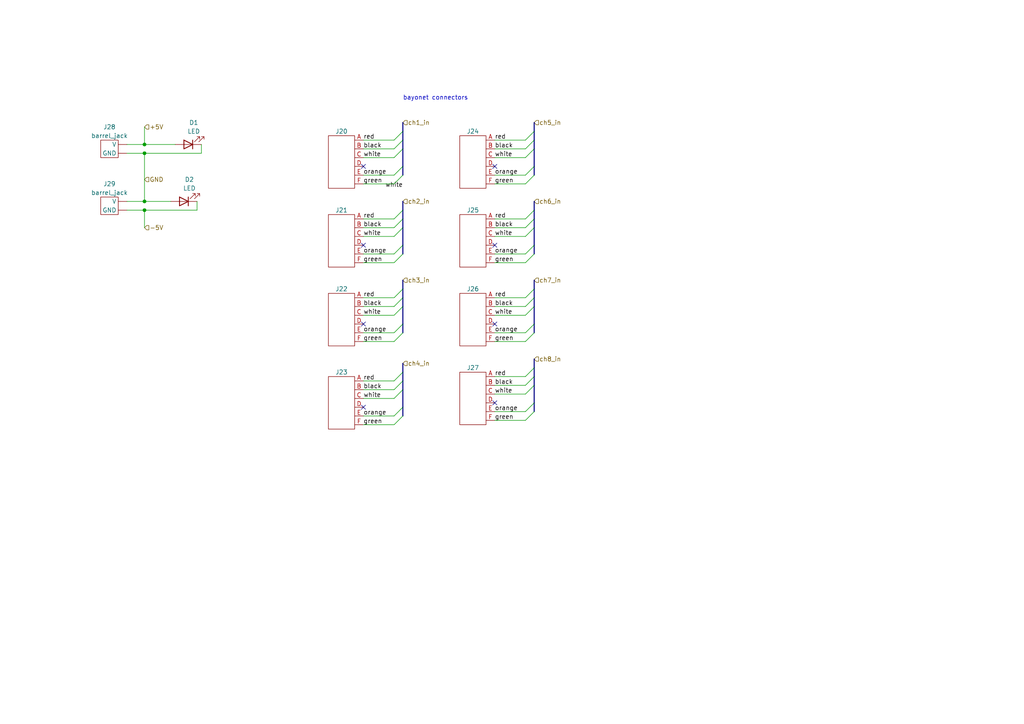
<source format=kicad_sch>
(kicad_sch (version 20231120) (generator "eeschema") (generator_version "8.0")
  (paper "A4")
  (title_block (title "Piezo amp box") (date "2024-01-10") (company "SBC") (comment 1 "Zhiheng Sheng"))
  (lib_symbols
    (symbol "Device:LED" (pin_numbers hide) (pin_names (offset 1.016) hide)
      (property "Reference" "D" (at 0 2.54 0))
      (property "Value" "LED" (at 0 -2.54 0))
      (symbol "LED_0_1"
        (polyline (pts (xy -1.27 -1.27) (xy -1.27 1.27)) (stroke (width 0.254)))
        (polyline (pts (xy -1.27 0) (xy 1.27 0)))
        (polyline (pts (xy 1.27 -1.27) (xy 1.27 1.27) (xy -1.27 0) (xy 1.27 -1.27)) (stroke (width 0.254)))
        (polyline (pts (xy -3.048 -0.762) (xy -4.572 -2.286) (xy -3.81 -2.286) (xy -4.572 -2.286) (xy -4.572 -1.524)))
        (polyline (pts (xy -1.778 -0.762) (xy -3.302 -2.286) (xy -2.54 -2.286) (xy -3.302 -2.286) (xy -3.302 -1.524)))
      )
      (symbol "LED_1_1"
        (pin passive line (at -3.81 0 0) (length 2.54) (name "K") (number "1"))
        (pin passive line (at 3.81 0 180) (length 2.54) (name "A") (number "2"))
      )
    )
    (symbol "led_driver:barrel_jack"
      (property "Reference" "J" (at 0 3.81 0))
      (property "Value" "barrel_jack" (at 0 -3.81 0))
      (symbol "barrel_jack_0_1"
        (rectangle (start -2.54 -2.54) (end 2.54 2.54))
      )
      (symbol "barrel_jack_1_1"
        (pin input line (at 5.08 -1.27 180) (length 2.54) (name "GND") (number ""))
        (pin input line (at 5.08 1.27 180) (length 2.54) (name "V") (number ""))
      )
    )
    (symbol "led_driver:bayonet_6pin_piezo"
      (property "Reference" "J" (at 0 8.89 0))
      (property "Value" "bayonet_6pin_piezo" (at 0 -8.89 0))
      (symbol "bayonet_6pin_piezo_0_1"
        (rectangle (start -3.81 7.62) (end 3.81 -7.62))
      )
      (symbol "bayonet_6pin_piezo_1_1"
        (pin passive line (at 6.35 6.35 180) (length 2.54) (name "") (number "A"))
        (pin passive line (at 6.35 3.81 180) (length 2.54) (name "") (number "B"))
        (pin passive line (at 6.35 1.27 180) (length 2.54) (name "") (number "C"))
        (pin passive line (at 6.35 -1.27 180) (length 2.54) (name "") (number "D"))
        (pin passive line (at 6.35 -3.81 180) (length 2.54) (name "") (number "E"))
        (pin passive line (at 6.35 -6.35 180) (length 2.54) (name "") (number "F"))
      )
    )
  )
  (junction (at 41.91 58.42))
  (junction (at 41.91 60.96))
  (junction (at 41.91 41.91))
  (junction (at 41.91 44.45))
  (no_connect (at 143.51 93.98))
  (no_connect (at 105.41 93.98))
  (no_connect (at 105.41 71.12))
  (no_connect (at 143.51 116.84))
  (no_connect (at 143.51 48.26))
  (no_connect (at 105.41 48.26))
  (no_connect (at 105.41 118.11))
  (no_connect (at 143.51 71.12))
  (bus_entry (at 152.4 76.2) (size 2.54 -2.54))
  (bus_entry (at 152.4 114.3) (size 2.54 -2.54))
  (bus_entry (at 152.4 91.44) (size 2.54 -2.54))
  (bus_entry (at 114.3 66.04) (size 2.54 -2.54))
  (bus_entry (at 114.3 45.72) (size 2.54 -2.54))
  (bus_entry (at 152.4 119.38) (size 2.54 -2.54))
  (bus_entry (at 114.3 63.5) (size 2.54 -2.54))
  (bus_entry (at 114.3 50.8) (size 2.54 -2.54))
  (bus_entry (at 114.3 68.58) (size 2.54 -2.54))
  (bus_entry (at 114.3 96.52) (size 2.54 -2.54))
  (bus_entry (at 114.3 73.66) (size 2.54 -2.54))
  (bus_entry (at 152.4 88.9) (size 2.54 -2.54))
  (bus_entry (at 114.3 43.18) (size 2.54 -2.54))
  (bus_entry (at 114.3 86.36) (size 2.54 -2.54))
  (bus_entry (at 152.4 111.76) (size 2.54 -2.54))
  (bus_entry (at 152.4 86.36) (size 2.54 -2.54))
  (bus_entry (at 114.3 113.03) (size 2.54 -2.54))
  (bus_entry (at 114.3 123.19) (size 2.54 -2.54))
  (bus_entry (at 114.3 40.64) (size 2.54 -2.54))
  (bus_entry (at 152.4 109.22) (size 2.54 -2.54))
  (bus_entry (at 114.3 110.49) (size 2.54 -2.54))
  (bus_entry (at 152.4 53.34) (size 2.54 -2.54))
  (bus_entry (at 152.4 45.72) (size 2.54 -2.54))
  (bus_entry (at 152.4 40.64) (size 2.54 -2.54))
  (bus_entry (at 152.4 43.18) (size 2.54 -2.54))
  (bus_entry (at 152.4 96.52) (size 2.54 -2.54))
  (bus_entry (at 152.4 99.06) (size 2.54 -2.54))
  (bus_entry (at 152.4 121.92) (size 2.54 -2.54))
  (bus_entry (at 152.4 68.58) (size 2.54 -2.54))
  (bus_entry (at 114.3 76.2) (size 2.54 -2.54))
  (bus_entry (at 114.3 88.9) (size 2.54 -2.54))
  (bus_entry (at 114.3 115.57) (size 2.54 -2.54))
  (bus_entry (at 114.3 120.65) (size 2.54 -2.54))
  (bus_entry (at 114.3 91.44) (size 2.54 -2.54))
  (bus_entry (at 152.4 50.8) (size 2.54 -2.54))
  (bus_entry (at 152.4 66.04) (size 2.54 -2.54))
  (bus_entry (at 114.3 53.34) (size 2.54 -2.54))
  (bus_entry (at 152.4 63.5) (size 2.54 -2.54))
  (bus_entry (at 114.3 99.06) (size 2.54 -2.54))
  (bus_entry (at 152.4 73.66) (size 2.54 -2.54))
  (bus (pts (xy 154.94 116.84) (xy 154.94 119.38)))
  (bus (pts (xy 154.94 38.1) (xy 154.94 40.64)))
  (wire (pts (xy 143.51 91.44) (xy 152.4 91.44)))
  (bus (pts (xy 116.84 88.9) (xy 116.84 93.98)))
  (bus (pts (xy 154.94 81.28) (xy 154.94 83.82)))
  (wire (pts (xy 105.41 96.52) (xy 114.3 96.52)))
  (wire (pts (xy 41.91 41.91) (xy 50.8 41.91)))
  (bus (pts (xy 116.84 38.1) (xy 116.84 40.64)))
  (wire (pts (xy 105.41 91.44) (xy 114.3 91.44)))
  (wire (pts (xy 143.51 40.64) (xy 152.4 40.64)))
  (bus (pts (xy 116.84 66.04) (xy 116.84 71.12)))
  (wire (pts (xy 105.41 73.66) (xy 114.3 73.66)))
  (bus (pts (xy 116.84 107.95) (xy 116.84 110.49)))
  (wire (pts (xy 143.51 50.8) (xy 152.4 50.8)))
  (bus (pts (xy 116.84 113.03) (xy 116.84 118.11)))
  (wire (pts (xy 36.83 44.45) (xy 41.91 44.45)))
  (wire (pts (xy 105.41 50.8) (xy 114.3 50.8)))
  (wire (pts (xy 105.41 43.18) (xy 114.3 43.18)))
  (bus (pts (xy 116.84 81.28) (xy 116.84 83.82)))
  (bus (pts (xy 116.84 71.12) (xy 116.84 73.66)))
  (bus (pts (xy 116.84 43.18) (xy 116.84 48.26)))
  (bus (pts (xy 116.84 118.11) (xy 116.84 120.65)))
  (wire (pts (xy 41.91 58.42) (xy 49.53 58.42)))
  (bus (pts (xy 154.94 104.14) (xy 154.94 106.68)))
  (wire (pts (xy 105.41 63.5) (xy 114.3 63.5)))
  (wire (pts (xy 143.51 121.92) (xy 152.4 121.92)))
  (bus (pts (xy 154.94 109.22) (xy 154.94 111.76)))
  (wire (pts (xy 105.41 86.36) (xy 114.3 86.36)))
  (bus (pts (xy 154.94 48.26) (xy 154.94 50.8)))
  (wire (pts (xy 143.51 76.2) (xy 152.4 76.2)))
  (wire (pts (xy 143.51 73.66) (xy 152.4 73.66)))
  (bus (pts (xy 116.84 48.26) (xy 116.84 50.8)))
  (bus (pts (xy 116.84 83.82) (xy 116.84 86.36)))
  (wire (pts (xy 143.51 96.52) (xy 152.4 96.52)))
  (wire (pts (xy 105.41 120.65) (xy 114.3 120.65)))
  (wire (pts (xy 105.41 123.19) (xy 114.3 123.19)))
  (wire (pts (xy 105.41 113.03) (xy 114.3 113.03)))
  (wire (pts (xy 41.91 36.83) (xy 41.91 41.91)))
  (wire (pts (xy 143.51 109.22) (xy 152.4 109.22)))
  (wire (pts (xy 143.51 45.72) (xy 152.4 45.72)))
  (wire (pts (xy 57.15 60.96) (xy 57.15 58.42)))
  (bus (pts (xy 154.94 106.68) (xy 154.94 109.22)))
  (bus (pts (xy 154.94 88.9) (xy 154.94 93.98)))
  (wire (pts (xy 143.51 68.58) (xy 152.4 68.58)))
  (wire (pts (xy 105.41 66.04) (xy 114.3 66.04)))
  (wire (pts (xy 105.41 40.64) (xy 114.3 40.64)))
  (bus (pts (xy 154.94 111.76) (xy 154.94 116.84)))
  (wire (pts (xy 143.51 86.36) (xy 152.4 86.36)))
  (bus (pts (xy 116.84 58.42) (xy 116.84 60.96)))
  (bus (pts (xy 116.84 93.98) (xy 116.84 96.52)))
  (bus (pts (xy 116.84 60.96) (xy 116.84 63.5)))
  (bus (pts (xy 154.94 60.96) (xy 154.94 63.5)))
  (wire (pts (xy 143.51 66.04) (xy 152.4 66.04)))
  (wire (pts (xy 105.41 99.06) (xy 114.3 99.06)))
  (wire (pts (xy 105.41 68.58) (xy 114.3 68.58)))
  (bus (pts (xy 154.94 93.98) (xy 154.94 96.52)))
  (bus (pts (xy 116.84 110.49) (xy 116.84 113.03)))
  (bus (pts (xy 154.94 40.64) (xy 154.94 43.18)))
  (wire (pts (xy 143.51 63.5) (xy 152.4 63.5)))
  (bus (pts (xy 154.94 83.82) (xy 154.94 86.36)))
  (wire (pts (xy 143.51 99.06) (xy 152.4 99.06)))
  (wire (pts (xy 143.51 53.34) (xy 152.4 53.34)))
  (bus (pts (xy 154.94 86.36) (xy 154.94 88.9)))
  (bus (pts (xy 116.84 86.36) (xy 116.84 88.9)))
  (bus (pts (xy 154.94 58.42) (xy 154.94 60.96)))
  (bus (pts (xy 116.84 63.5) (xy 116.84 66.04)))
  (bus (pts (xy 116.84 35.56) (xy 116.84 38.1)))
  (wire (pts (xy 143.51 88.9) (xy 152.4 88.9)))
  (wire (pts (xy 143.51 43.18) (xy 152.4 43.18)))
  (bus (pts (xy 154.94 63.5) (xy 154.94 66.04)))
  (wire (pts (xy 105.41 88.9) (xy 114.3 88.9)))
  (wire (pts (xy 105.41 76.2) (xy 114.3 76.2)))
  (wire (pts (xy 143.51 119.38) (xy 152.4 119.38)))
  (bus (pts (xy 116.84 40.64) (xy 116.84 43.18)))
  (wire (pts (xy 105.41 45.72) (xy 114.3 45.72)))
  (wire (pts (xy 105.41 110.49) (xy 114.3 110.49)))
  (wire (pts (xy 143.51 111.76) (xy 152.4 111.76)))
  (wire (pts (xy 36.83 41.91) (xy 41.91 41.91)))
  (wire (pts (xy 58.42 41.91) (xy 58.42 44.45)))
  (wire (pts (xy 36.83 58.42) (xy 41.91 58.42)))
  (bus (pts (xy 154.94 43.18) (xy 154.94 48.26)))
  (wire (pts (xy 105.41 115.57) (xy 114.3 115.57)))
  (bus (pts (xy 154.94 71.12) (xy 154.94 73.66)))
  (wire (pts (xy 41.91 44.45) (xy 58.42 44.45)))
  (wire (pts (xy 36.83 60.96) (xy 41.91 60.96)))
  (wire (pts (xy 105.41 53.34) (xy 114.3 53.34)))
  (wire (pts (xy 143.51 114.3) (xy 152.4 114.3)))
  (wire (pts (xy 41.91 60.96) (xy 57.15 60.96)))
  (bus (pts (xy 116.84 105.41) (xy 116.84 107.95)))
  (bus (pts (xy 154.94 66.04) (xy 154.94 71.12)))
  (bus (pts (xy 154.94 35.56) (xy 154.94 38.1)))
  (wire (pts (xy 41.91 44.45) (xy 41.91 58.42)))
  (wire (pts (xy 41.91 60.96) (xy 41.91 66.04)))
  (text "bayonet connectors" (at 116.84 29.21 0) (effects (font (size 1.27 1.27)) (justify left bottom)))
  (label "green" (at 143.51 99.06 0))
  (label "red" (at 143.51 109.22 0))
  (label "red" (at 143.51 63.5 0))
  (label "green" (at 143.51 53.34 0))
  (label "black" (at 143.51 43.18 0))
  (label "black" (at 105.41 113.03 0))
  (label "white" (at 143.51 91.44 0))
  (label "orange" (at 143.51 119.38 0))
  (label "black" (at 105.41 88.9 0))
  (label "white" (at 105.41 45.72 0))
  (label "red" (at 105.41 86.36 0))
  (label "black" (at 105.41 66.04 0))
  (label "green" (at 105.41 53.34 0))
  (label "black" (at 105.41 43.18 0))
  (label "white" (at 143.51 114.3 0))
  (label "orange" (at 105.41 96.52 0))
  (label "red" (at 105.41 63.5 0))
  (label "green" (at 143.51 76.2 0))
  (label "orange" (at 143.51 96.52 0))
  (label "white" (at 105.41 68.58 0))
  (label "green" (at 105.41 99.06 0))
  (label "green" (at 143.51 121.92 0))
  (label "white" (at 111.76 54.61 0))
  (label "white" (at 143.51 68.58 0))
  (label "black" (at 143.51 111.76 0))
  (label "orange" (at 143.51 73.66 0))
  (label "orange" (at 105.41 50.8 0))
  (label "orange" (at 105.41 120.65 0))
  (label "red" (at 143.51 86.36 0))
  (label "green" (at 105.41 76.2 0))
  (label "orange" (at 105.41 73.66 0))
  (label "black" (at 143.51 66.04 0))
  (label "red" (at 105.41 40.64 0))
  (label "green" (at 105.41 123.19 0))
  (label "red" (at 143.51 40.64 0))
  (label "black" (at 143.51 88.9 0))
  (label "orange" (at 143.51 50.8 0))
  (label "white" (at 105.41 91.44 0))
  (label "white" (at 143.51 45.72 0))
  (label "red" (at 105.41 110.49 0))
  (label "white" (at 105.41 115.57 0))
  (hierarchical_label "ch2_in" (shape input) (at 116.84 58.42 0))
  (hierarchical_label "ch7_in" (shape input) (at 154.94 81.28 0))
  (hierarchical_label "+5V" (shape input) (at 41.91 36.83 0))
  (hierarchical_label "ch6_in" (shape input) (at 154.94 58.42 0))
  (hierarchical_label "-5V" (shape input) (at 41.91 66.04 0))
  (hierarchical_label "ch4_in" (shape input) (at 116.84 105.41 0))
  (hierarchical_label "ch5_in" (shape input) (at 154.94 35.56 0))
  (hierarchical_label "ch3_in" (shape input) (at 116.84 81.28 0))
  (hierarchical_label "ch1_in" (shape input) (at 116.84 35.56 0))
  (hierarchical_label "ch8_in" (shape input) (at 154.94 104.14 0))
  (hierarchical_label "GND" (shape input) (at 41.91 52.07 0))
  (symbol (lib_id "led_driver:bayonet_6pin_piezo") (at 99.06 46.99 0) (unit 1)
    (property "Reference" "J20" (at 99.06 38.1 0))
    (property "Value" "bayonet_6pin_piezo" (effects (hide yes)))
  )
  (symbol (lib_id "led_driver:barrel_jack") (at 31.75 43.18 0) (unit 1)
    (property "Reference" "J28" (at 31.75 36.83 0))
    (property "Value" "barrel_jack" (at 31.75 39.37 0))
  )
  (symbol (lib_id "led_driver:bayonet_6pin_piezo") (at 99.06 92.71 0) (unit 1)
    (property "Reference" "J22" (at 99.06 83.82 0))
    (property "Value" "bayonet_6pin_piezo" (effects (hide yes)))
  )
  (symbol (lib_id "led_driver:bayonet_6pin_piezo") (at 137.16 46.99 0) (unit 1)
    (property "Reference" "J24" (at 137.16 38.1 0))
    (property "Value" "bayonet_6pin_piezo" (effects (hide yes)))
  )
  (symbol (lib_id "led_driver:barrel_jack") (at 31.75 59.69 0) (unit 1)
    (property "Reference" "J29" (at 31.75 53.34 0))
    (property "Value" "barrel_jack" (at 31.75 55.88 0))
  )
  (symbol (lib_id "led_driver:bayonet_6pin_piezo") (at 137.16 115.57 0) (unit 1)
    (property "Reference" "J27" (at 137.16 106.68 0))
    (property "Value" "bayonet_6pin_piezo" (effects (hide yes)))
  )
  (symbol (lib_id "Device:LED") (at 53.34 58.42 180) (unit 1)
    (property "Reference" "D2" (at 54.9275 52.07 0))
    (property "Value" "LED" (at 54.9275 54.61 0))
  )
  (symbol (lib_id "Device:LED") (at 54.61 41.91 180) (unit 1)
    (property "Reference" "D1" (at 56.1975 35.56 0))
    (property "Value" "LED" (at 56.1975 38.1 0))
  )
  (symbol (lib_id "led_driver:bayonet_6pin_piezo") (at 137.16 69.85 0) (unit 1)
    (property "Reference" "J25" (at 137.16 60.96 0))
    (property "Value" "bayonet_6pin_piezo" (effects (hide yes)))
  )
  (symbol (lib_id "led_driver:bayonet_6pin_piezo") (at 99.06 69.85 0) (unit 1)
    (property "Reference" "J21" (at 99.06 60.96 0))
    (property "Value" "bayonet_6pin_piezo" (effects (hide yes)))
  )
  (symbol (lib_id "led_driver:bayonet_6pin_piezo") (at 137.16 92.71 0) (unit 1)
    (property "Reference" "J26" (at 137.16 83.82 0))
    (property "Value" "bayonet_6pin_piezo" (effects (hide yes)))
  )
  (symbol (lib_id "led_driver:bayonet_6pin_piezo") (at 99.06 116.84 0) (unit 1)
    (property "Reference" "J23" (at 99.06 107.95 0))
    (property "Value" "bayonet_6pin_piezo" (effects (hide yes)))
  )
)
</source>
